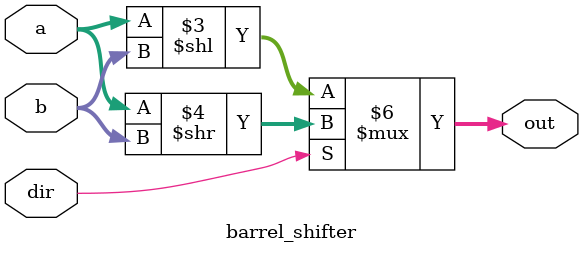
<source format=v>
`timescale 1ns / 1ps
module barrel_shifter(input [31:0] a, input [31:0] b,input dir,output reg[31:0] out);

	always @*
	begin
	  if(dir==0) 
	  begin
		  out = a<<b;
	  end
	  else out = a>>b;
	 end 
endmodule

</source>
